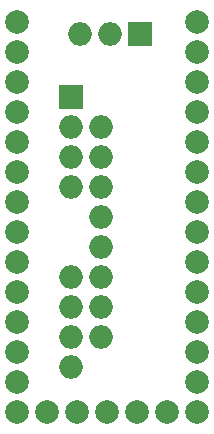
<source format=gbr>
G04 #@! TF.FileFunction,Soldermask,Bot*
%FSLAX46Y46*%
G04 Gerber Fmt 4.6, Leading zero omitted, Abs format (unit mm)*
G04 Created by KiCad (PCBNEW 4.0.0-rc1-stable) date 28/03/2017 11:06:10*
%MOMM*%
G01*
G04 APERTURE LIST*
%ADD10C,0.076200*%
%ADD11R,2.004800X2.004800*%
%ADD12O,2.004800X2.004800*%
%ADD13C,2.006600*%
G04 APERTURE END LIST*
D10*
D11*
X108204000Y-98806000D03*
D12*
X105664000Y-98806000D03*
X103124000Y-98806000D03*
D13*
X113030000Y-100330000D03*
X113030000Y-102870000D03*
X113030000Y-105410000D03*
X113030000Y-107950000D03*
X113030000Y-110490000D03*
X113030000Y-113030000D03*
X113030000Y-115570000D03*
X113030000Y-118110000D03*
X113030000Y-120650000D03*
X113030000Y-123190000D03*
X113030000Y-125730000D03*
X113030000Y-128270000D03*
X113030000Y-130810000D03*
X97790000Y-130810000D03*
X97790000Y-128270000D03*
X97790000Y-125730000D03*
X97790000Y-123190000D03*
X97790000Y-120650000D03*
X97790000Y-118110000D03*
X97790000Y-115570000D03*
X97790000Y-113030000D03*
X97790000Y-110490000D03*
X97790000Y-107950000D03*
X97790000Y-105410000D03*
X97790000Y-102870000D03*
X97790000Y-100330000D03*
X97790000Y-97790000D03*
X113030000Y-97790000D03*
X110490000Y-130810000D03*
X107950000Y-130810000D03*
X105410000Y-130810000D03*
X102870000Y-130810000D03*
X100330000Y-130810000D03*
D11*
X102362000Y-104140000D03*
D12*
X102362000Y-106680000D03*
X104902000Y-106680000D03*
X102362000Y-109220000D03*
X104902000Y-109220000D03*
X102362000Y-111760000D03*
X104902000Y-111760000D03*
X104902000Y-114300000D03*
X104902000Y-116840000D03*
X102362000Y-119380000D03*
X104902000Y-119380000D03*
X102362000Y-121920000D03*
X104902000Y-121920000D03*
X102362000Y-124460000D03*
X104902000Y-124460000D03*
X102362000Y-127000000D03*
M02*

</source>
